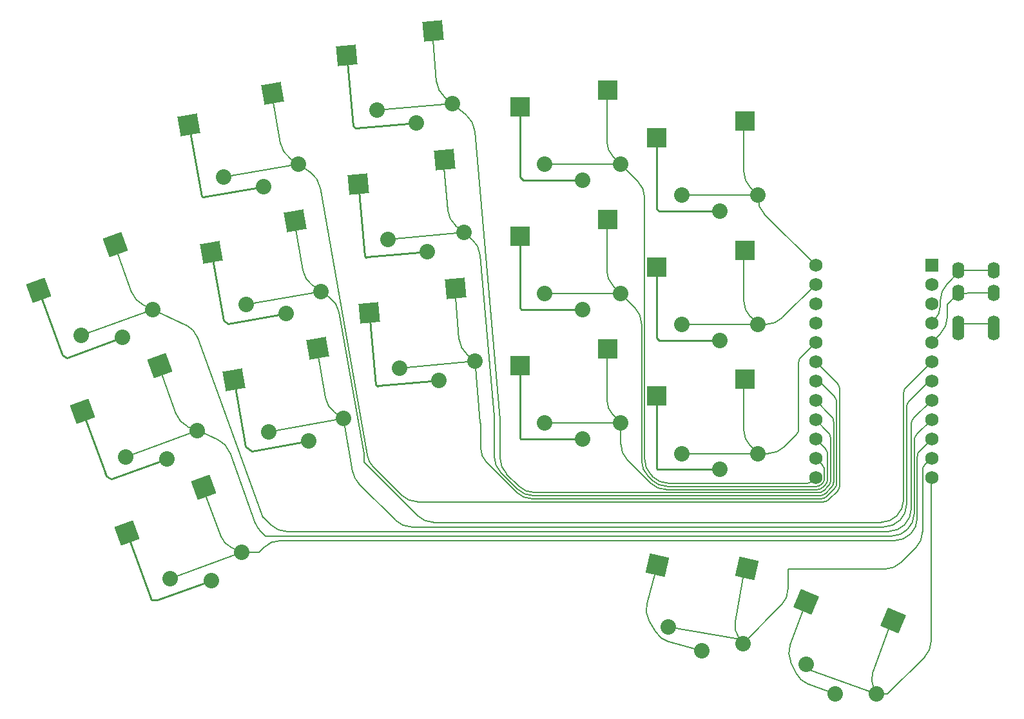
<source format=gbr>
%TF.GenerationSoftware,KiCad,Pcbnew,7.0.9*%
%TF.CreationDate,2023-12-28T22:45:01+01:00*%
%TF.ProjectId,pcb3,70636233-2e6b-4696-9361-645f70636258,v1.0.0*%
%TF.SameCoordinates,Original*%
%TF.FileFunction,Copper,L1,Top*%
%TF.FilePolarity,Positive*%
%FSLAX46Y46*%
G04 Gerber Fmt 4.6, Leading zero omitted, Abs format (unit mm)*
G04 Created by KiCad (PCBNEW 7.0.9) date 2023-12-28 22:45:01*
%MOMM*%
%LPD*%
G01*
G04 APERTURE LIST*
G04 Aperture macros list*
%AMRotRect*
0 Rectangle, with rotation*
0 The origin of the aperture is its center*
0 $1 length*
0 $2 width*
0 $3 Rotation angle, in degrees counterclockwise*
0 Add horizontal line*
21,1,$1,$2,0,0,$3*%
G04 Aperture macros list end*
%TA.AperFunction,ComponentPad*%
%ADD10C,2.032000*%
%TD*%
%TA.AperFunction,SMDPad,CuDef*%
%ADD11R,2.600000X2.600000*%
%TD*%
%TA.AperFunction,SMDPad,CuDef*%
%ADD12RotRect,2.600000X2.600000X5.000000*%
%TD*%
%TA.AperFunction,SMDPad,CuDef*%
%ADD13RotRect,2.600000X2.600000X20.000000*%
%TD*%
%TA.AperFunction,SMDPad,CuDef*%
%ADD14RotRect,2.600000X2.600000X337.000000*%
%TD*%
%TA.AperFunction,SMDPad,CuDef*%
%ADD15RotRect,2.600000X2.600000X10.000000*%
%TD*%
%TA.AperFunction,ComponentPad*%
%ADD16O,1.600000X2.200000*%
%TD*%
%TA.AperFunction,ComponentPad*%
%ADD17R,1.752600X1.752600*%
%TD*%
%TA.AperFunction,ComponentPad*%
%ADD18C,1.752600*%
%TD*%
%TA.AperFunction,SMDPad,CuDef*%
%ADD19RotRect,2.600000X2.600000X347.000000*%
%TD*%
%TA.AperFunction,Conductor*%
%ADD20C,0.250000*%
%TD*%
%TA.AperFunction,Conductor*%
%ADD21C,0.200000*%
%TD*%
G04 APERTURE END LIST*
D10*
%TO.P,S23,1*%
%TO.N,P3*%
X105884449Y-56144949D03*
X96036371Y-57881430D03*
%TO.P,S23,2*%
%TO.N,GND*%
X101325071Y-59081286D03*
X101325071Y-59081286D03*
%TD*%
D11*
%TO.P,S11,1*%
%TO.N,P8*%
X146507188Y-63430688D03*
%TO.P,S11,2*%
%TO.N,GND*%
X134957188Y-65630688D03*
%TD*%
%TO.P,S14,1*%
%TO.N,P0*%
X164507186Y-67464025D03*
%TO.P,S14,2*%
%TO.N,GND*%
X152957186Y-69664025D03*
%TD*%
D12*
%TO.P,S8,1*%
%TO.N,P5*%
X125047098Y-55581678D03*
%TO.P,S8,2*%
%TO.N,GND*%
X113732792Y-58779956D03*
%TD*%
D13*
%TO.P,S2,1*%
%TO.N,P15*%
X87623248Y-82671371D03*
%TO.P,S2,2*%
%TO.N,GND*%
X77522243Y-88689027D03*
%TD*%
D10*
%TO.P,S21,1*%
%TO.N,P19*%
X111788487Y-89628413D03*
X101940409Y-91364894D03*
%TO.P,S21,2*%
%TO.N,GND*%
X107229109Y-92564750D03*
X107229109Y-92564750D03*
%TD*%
%TO.P,S32,1*%
%TO.N,P1*%
X166232192Y-60214023D03*
X156232192Y-60214023D03*
%TO.P,S32,2*%
%TO.N,GND*%
X161232192Y-62314023D03*
X161232192Y-62314023D03*
%TD*%
%TO.P,S19,1*%
%TO.N,P15*%
X92578915Y-91243389D03*
X83181988Y-94663591D03*
%TO.P,S19,2*%
%TO.N,GND*%
X88598694Y-94926844D03*
X88598694Y-94926844D03*
%TD*%
D11*
%TO.P,S12,1*%
%TO.N,P9*%
X146507191Y-46430688D03*
%TO.P,S12,2*%
%TO.N,GND*%
X134957191Y-48630688D03*
%TD*%
D14*
%TO.P,S17,1*%
%TO.N,P10*%
X184034699Y-116215661D03*
%TO.P,S17,2*%
%TO.N,GND*%
X172543259Y-113727827D03*
%TD*%
D15*
%TO.P,S4,1*%
%TO.N,P19*%
X108396624Y-80326080D03*
%TO.P,S4,2*%
%TO.N,GND*%
X97404120Y-84498294D03*
%TD*%
D10*
%TO.P,S33,1*%
%TO.N,P16*%
X164249222Y-119241390D03*
X154505522Y-116991879D03*
%TO.P,S33,2*%
%TO.N,GND*%
X158904975Y-120162811D03*
X158904975Y-120162811D03*
%TD*%
D12*
%TO.P,S9,1*%
%TO.N,P6*%
X123565453Y-38646368D03*
%TO.P,S9,2*%
%TO.N,GND*%
X112251147Y-41844646D03*
%TD*%
D10*
%TO.P,S24,1*%
%TO.N,P4*%
X129096955Y-82079544D03*
X119135008Y-82951102D03*
%TO.P,S24,2*%
%TO.N,GND*%
X124299009Y-84607332D03*
X124299009Y-84607332D03*
%TD*%
D16*
%TO.P,TRRS1,1*%
%TO.N,GND*%
X192582183Y-78214024D03*
X197182183Y-78214024D03*
%TO.P,TRRS1,2*%
X192582183Y-77114024D03*
X197182183Y-77114024D03*
%TO.P,TRRS1,3*%
%TO.N,P21*%
X192582183Y-73114024D03*
X197182183Y-73114024D03*
%TO.P,TRRS1,4*%
%TO.N,VCC*%
X192582183Y-70114024D03*
X197182183Y-70114024D03*
%TD*%
D10*
%TO.P,S29,1*%
%TO.N,P9*%
X148232191Y-56180688D03*
X138232191Y-56180688D03*
%TO.P,S29,2*%
%TO.N,GND*%
X143232191Y-58280688D03*
X143232191Y-58280688D03*
%TD*%
D11*
%TO.P,S13,1*%
%TO.N,P2*%
X164507193Y-84464035D03*
%TO.P,S13,2*%
%TO.N,GND*%
X152957193Y-86664035D03*
%TD*%
D17*
%TO.P,MCU1,1*%
%TO.N,RAW*%
X189052185Y-69444021D03*
D18*
%TO.P,MCU1,2*%
%TO.N,GND*%
X189052185Y-71984021D03*
%TO.P,MCU1,3*%
%TO.N,RST*%
X189052185Y-74524021D03*
%TO.P,MCU1,4*%
%TO.N,VCC*%
X189052185Y-77064021D03*
%TO.P,MCU1,5*%
%TO.N,P21*%
X189052185Y-79604021D03*
%TO.P,MCU1,6*%
%TO.N,P20*%
X189052185Y-82144021D03*
%TO.P,MCU1,7*%
%TO.N,P19*%
X189052185Y-84684021D03*
%TO.P,MCU1,8*%
%TO.N,P18*%
X189052185Y-87224021D03*
%TO.P,MCU1,9*%
%TO.N,P15*%
X189052185Y-89764021D03*
%TO.P,MCU1,10*%
%TO.N,P14*%
X189052185Y-92304021D03*
%TO.P,MCU1,11*%
%TO.N,P16*%
X189052185Y-94844021D03*
%TO.P,MCU1,12*%
%TO.N,P10*%
X189052185Y-97384021D03*
%TO.P,MCU1,13*%
%TO.N,P1*%
X173812185Y-69444021D03*
%TO.P,MCU1,14*%
%TO.N,P0*%
X173812185Y-71984021D03*
%TO.P,MCU1,15*%
%TO.N,GND*%
X173812185Y-74524021D03*
%TO.P,MCU1,16*%
X173812185Y-77064021D03*
%TO.P,MCU1,17*%
%TO.N,P2*%
X173812185Y-79604021D03*
%TO.P,MCU1,18*%
%TO.N,P3*%
X173812185Y-82144021D03*
%TO.P,MCU1,19*%
%TO.N,P4*%
X173812185Y-84684021D03*
%TO.P,MCU1,20*%
%TO.N,P5*%
X173812185Y-87224021D03*
%TO.P,MCU1,21*%
%TO.N,P6*%
X173812185Y-89764021D03*
%TO.P,MCU1,22*%
%TO.N,P7*%
X173812185Y-92304021D03*
%TO.P,MCU1,23*%
%TO.N,P8*%
X173812185Y-94844021D03*
%TO.P,MCU1,24*%
%TO.N,P9*%
X173812185Y-97384021D03*
%TD*%
D10*
%TO.P,S30,1*%
%TO.N,P2*%
X166232193Y-94214035D03*
X156232193Y-94214035D03*
%TO.P,S30,2*%
%TO.N,GND*%
X161232193Y-96314035D03*
X161232193Y-96314035D03*
%TD*%
D13*
%TO.P,S1,1*%
%TO.N,P14*%
X93437593Y-98646148D03*
%TO.P,S1,2*%
%TO.N,GND*%
X83336588Y-104663804D03*
%TD*%
D10*
%TO.P,S18,1*%
%TO.N,P14*%
X98393260Y-107218166D03*
X88996333Y-110638368D03*
%TO.P,S18,2*%
%TO.N,GND*%
X94413039Y-110901621D03*
X94413039Y-110901621D03*
%TD*%
%TO.P,S27,1*%
%TO.N,P7*%
X148232192Y-90180695D03*
X138232192Y-90180695D03*
%TO.P,S27,2*%
%TO.N,GND*%
X143232192Y-92280695D03*
X143232192Y-92280695D03*
%TD*%
D15*
%TO.P,S6,1*%
%TO.N,P3*%
X102492586Y-46842616D03*
%TO.P,S6,2*%
%TO.N,GND*%
X91500082Y-51014830D03*
%TD*%
D10*
%TO.P,S20,1*%
%TO.N,P18*%
X86764572Y-75268616D03*
X77367645Y-78688818D03*
%TO.P,S20,2*%
%TO.N,GND*%
X82784351Y-78952071D03*
X82784351Y-78952071D03*
%TD*%
D19*
%TO.P,S16,1*%
%TO.N,P16*%
X164761707Y-109353241D03*
%TO.P,S16,2*%
%TO.N,GND*%
X153012840Y-108898670D03*
%TD*%
D10*
%TO.P,S28,1*%
%TO.N,P8*%
X148232188Y-73180688D03*
X138232188Y-73180688D03*
%TO.P,S28,2*%
%TO.N,GND*%
X143232188Y-75280688D03*
X143232188Y-75280688D03*
%TD*%
%TO.P,S34,1*%
%TO.N,P10*%
X181812941Y-125864594D03*
X172607892Y-121957283D03*
%TO.P,S34,2*%
%TO.N,GND*%
X176389881Y-125843999D03*
X176389881Y-125843999D03*
%TD*%
D11*
%TO.P,S10,1*%
%TO.N,P7*%
X146507192Y-80430695D03*
%TO.P,S10,2*%
%TO.N,GND*%
X134957192Y-82630695D03*
%TD*%
D13*
%TO.P,S3,1*%
%TO.N,P18*%
X81808905Y-66696598D03*
%TO.P,S3,2*%
%TO.N,GND*%
X71707900Y-72714254D03*
%TD*%
D10*
%TO.P,S25,1*%
%TO.N,P5*%
X127615302Y-65144233D03*
X117653355Y-66015791D03*
%TO.P,S25,2*%
%TO.N,GND*%
X122817356Y-67672021D03*
X122817356Y-67672021D03*
%TD*%
%TO.P,S26,1*%
%TO.N,P6*%
X126133657Y-48208923D03*
X116171710Y-49080481D03*
%TO.P,S26,2*%
%TO.N,GND*%
X121335711Y-50736711D03*
X121335711Y-50736711D03*
%TD*%
%TO.P,S22,1*%
%TO.N,P20*%
X108836465Y-72886681D03*
X98988387Y-74623162D03*
%TO.P,S22,2*%
%TO.N,GND*%
X104277087Y-75823018D03*
X104277087Y-75823018D03*
%TD*%
D12*
%TO.P,S7,1*%
%TO.N,P4*%
X126528751Y-72516989D03*
%TO.P,S7,2*%
%TO.N,GND*%
X115214445Y-75715267D03*
%TD*%
D11*
%TO.P,S15,1*%
%TO.N,P1*%
X164507192Y-50464023D03*
%TO.P,S15,2*%
%TO.N,GND*%
X152957192Y-52664023D03*
%TD*%
D15*
%TO.P,S5,1*%
%TO.N,P20*%
X105444602Y-63584348D03*
%TO.P,S5,2*%
%TO.N,GND*%
X94452098Y-67756562D03*
%TD*%
D10*
%TO.P,S31,1*%
%TO.N,P0*%
X166232186Y-77214025D03*
X156232186Y-77214025D03*
%TO.P,S31,2*%
%TO.N,GND*%
X161232186Y-79314025D03*
X161232186Y-79314025D03*
%TD*%
D20*
%TO.N,GND*%
X80509920Y-96897595D02*
G75*
G03*
X81026990Y-97461890I939680J341995D01*
G01*
X86543965Y-113454028D02*
G75*
G03*
X87308612Y-113487422I422635J906328D01*
G01*
D21*
%TO.N,P14*%
X187478650Y-93877591D02*
G75*
G03*
X187185738Y-94584681I707050J-707109D01*
G01*
%TO.N,P4*%
X174532901Y-84976920D02*
G75*
G03*
X173825791Y-84684023I-707101J-707080D01*
G01*
%TO.N,P3*%
X176988467Y-85734535D02*
G75*
G03*
X176695595Y-85027428I-999967J35D01*
G01*
%TO.N,P20*%
X185678651Y-85517593D02*
G75*
G03*
X185385740Y-86224682I707049J-707107D01*
G01*
%TO.N,P19*%
X186078644Y-87376100D02*
G75*
G03*
X185785740Y-88083196I707056J-707100D01*
G01*
%TO.N,P18*%
X186678653Y-89597593D02*
G75*
G03*
X186385742Y-90304681I707047J-707107D01*
G01*
%TO.N,P15*%
X187078653Y-91737591D02*
G75*
G03*
X186785741Y-92444680I707047J-707109D01*
G01*
%TO.N,P16*%
X188168801Y-95685964D02*
G75*
G03*
X187875885Y-96393050I707099J-707136D01*
G01*
%TO.N,P8*%
X174988464Y-96434539D02*
G75*
G03*
X174695592Y-95727429I-999964J39D01*
G01*
%TO.N,P7*%
X175388466Y-94294533D02*
G75*
G03*
X175095592Y-93587426I-999966J33D01*
G01*
%TO.N,P6*%
X175788465Y-92154535D02*
G75*
G03*
X175495593Y-91447428I-999965J35D01*
G01*
%TO.N,P5*%
X176188464Y-90014535D02*
G75*
G03*
X175895591Y-89307429I-999964J35D01*
G01*
%TO.N,P4*%
X176588481Y-87446713D02*
G75*
G03*
X176295594Y-86739607I-999981J13D01*
G01*
%TO.N,P2*%
X171893015Y-81523200D02*
G75*
G03*
X171600120Y-82230305I707085J-707100D01*
G01*
X171307226Y-91713015D02*
G75*
G03*
X171600120Y-91005908I-707126J707115D01*
G01*
%TO.N,P16*%
X182949726Y-109400018D02*
G75*
G03*
X185071047Y-108521320I-26J3000018D01*
G01*
X169321337Y-114132203D02*
G75*
G03*
X170200000Y-112010867I-2121337J2121303D01*
G01*
%TO.N,P10*%
X188121304Y-120993037D02*
G75*
G03*
X189000000Y-118871734I-2121304J2121337D01*
G01*
%TO.N,P16*%
X186997181Y-106595138D02*
G75*
G03*
X187875884Y-104473842I-2121281J2121338D01*
G01*
%TO.N,P10*%
X188985742Y-110000000D02*
X188985740Y-97668980D01*
X188985742Y-110021973D02*
X188985742Y-110000000D01*
X181812941Y-125864594D02*
X183249781Y-125864594D01*
X183249781Y-125864594D02*
X188121321Y-120993054D01*
X189000000Y-118871734D02*
X189000000Y-110014258D01*
X189000000Y-110014258D02*
X188985742Y-110000000D01*
%TO.N,P16*%
X170200000Y-112010867D02*
X170200000Y-109400000D01*
X164249222Y-119204286D02*
X169321321Y-114132187D01*
X170200000Y-109400000D02*
X182949726Y-109400000D01*
X164249222Y-119241390D02*
X164249222Y-119204286D01*
X185071047Y-108521320D02*
X186997205Y-106595162D01*
%TO.N,P14*%
X187185738Y-94584681D02*
X187185741Y-102668979D01*
X101351050Y-106547661D02*
X100680551Y-107218164D01*
X188985743Y-92468979D02*
X189052186Y-92402536D01*
X93362882Y-98806368D02*
X95597080Y-104944776D01*
X100680551Y-107218164D02*
X98393259Y-107218166D01*
X189052189Y-92304022D02*
X187478632Y-93877573D01*
X98393259Y-107218166D02*
X98393258Y-107105453D01*
X184185741Y-105668979D02*
X103472371Y-105668979D01*
X93437591Y-98646155D02*
X93362882Y-98806368D01*
X98393258Y-107105453D02*
X98584209Y-106914504D01*
X189052186Y-92402536D02*
X189052189Y-92304022D01*
X88996334Y-110638370D02*
X98393258Y-107218168D01*
X97148303Y-106637633D02*
X98393258Y-107218168D01*
X95597049Y-104944787D02*
G75*
G03*
X97148303Y-106637633I2819051J1026087D01*
G01*
X184185741Y-105669041D02*
G75*
G03*
X187185741Y-102668979I-41J3000041D01*
G01*
X103472371Y-105668966D02*
G75*
G03*
X101351050Y-106547661I29J-3000034D01*
G01*
D20*
%TO.N,GND*%
X135087364Y-92280690D02*
X135045053Y-92323008D01*
X121335714Y-50736713D02*
X113405659Y-51430505D01*
X122817363Y-67672019D02*
X114872016Y-68367148D01*
X143232195Y-58280692D02*
X135402740Y-58280694D01*
X113405659Y-51430505D02*
X113064783Y-51144479D01*
D21*
X176389881Y-125843998D02*
X172902227Y-124574595D01*
D20*
X104277092Y-75823018D02*
X96654359Y-77167114D01*
X156426746Y-79323006D02*
X153245045Y-79323005D01*
X86543963Y-113454033D02*
X86534330Y-113449541D01*
X134957192Y-75035140D02*
X134957191Y-65630691D01*
X152957185Y-62035141D02*
X152957191Y-52664025D01*
X152957188Y-96235148D02*
X152957184Y-86664029D01*
X114788089Y-68467179D02*
X114563847Y-68279020D01*
D21*
X192582184Y-77114020D02*
X197182187Y-77114026D01*
D20*
X156435734Y-79314032D02*
X156426746Y-79323006D01*
X153054033Y-96314028D02*
X153045050Y-96323002D01*
X80509910Y-96897599D02*
X77522243Y-88689032D01*
X93308417Y-60494837D02*
X93149283Y-60383414D01*
X153045050Y-96323002D02*
X152957188Y-96235148D01*
X153245045Y-79323005D02*
X152957192Y-79035142D01*
X82784350Y-78952076D02*
X75478626Y-81611140D01*
X152957192Y-79035142D02*
X152957191Y-69664029D01*
X93151469Y-60380290D02*
X91500083Y-51014833D01*
X124299013Y-84607337D02*
X116353670Y-85302462D01*
X116269735Y-85402475D02*
X116045506Y-85214321D01*
X135402740Y-58280694D02*
X134957186Y-57835144D01*
X134957186Y-57835144D02*
X134957188Y-48630691D01*
X99803342Y-93874112D02*
X98952244Y-93278177D01*
X161232188Y-79314022D02*
X156435734Y-79314032D01*
X96034968Y-76733407D02*
X94452104Y-67756558D01*
D21*
X158904979Y-120162814D02*
X154584885Y-119005248D01*
D20*
X153245050Y-62323013D02*
X152957185Y-62035141D01*
X161232199Y-62314030D02*
X153254034Y-62314022D01*
D21*
X151661532Y-113941847D02*
X153012843Y-108898670D01*
D20*
X114872016Y-68367148D02*
X114788089Y-68467179D01*
X75478626Y-81611140D02*
X74837235Y-81312058D01*
X96654359Y-77167114D02*
X96034968Y-76733407D01*
X161232187Y-96314025D02*
X153054033Y-96314028D01*
D21*
X172543261Y-113727829D02*
X170483367Y-119387332D01*
D20*
X93149283Y-60383414D02*
X93151469Y-60380290D01*
X113064783Y-51144479D02*
X112251154Y-41844652D01*
X98952244Y-93278177D02*
X97404115Y-84498298D01*
D21*
X171209364Y-123023374D02*
X170583521Y-121681247D01*
D20*
X114563847Y-68279020D02*
X113732798Y-58779957D01*
X134957190Y-82630691D02*
X134957194Y-92235144D01*
X153254034Y-62314022D02*
X153245050Y-62323013D01*
X116353670Y-85302462D02*
X116269735Y-85402475D01*
X135202736Y-75280693D02*
X134957192Y-75035140D01*
X107229113Y-92564747D02*
X99803342Y-93874112D01*
X94413030Y-110901623D02*
X87308612Y-113487423D01*
D21*
X152763271Y-117607469D02*
X151961232Y-116218301D01*
D20*
X86534330Y-113449541D02*
X83336584Y-104663803D01*
X134957194Y-92235144D02*
X135045053Y-92323008D01*
X101325068Y-59081285D02*
X93308417Y-60494837D01*
X88598685Y-94926855D02*
X81292975Y-97585919D01*
X143232187Y-75280688D02*
X135202736Y-75280693D01*
X116045506Y-85214321D02*
X115214449Y-75715272D01*
X81292975Y-97585919D02*
X81026990Y-97461890D01*
X74837235Y-81312058D02*
X71707898Y-72714252D01*
X143232190Y-92280691D02*
X135087364Y-92280690D01*
D21*
X152763257Y-117607477D02*
G75*
G03*
X154584885Y-119005247I2598043J1499977D01*
G01*
X170483371Y-119387334D02*
G75*
G03*
X170583521Y-121681247I2819029J-1026066D01*
G01*
X171209364Y-123023374D02*
G75*
G03*
X172902227Y-124574595I2718936J1267874D01*
G01*
X151661529Y-113941846D02*
G75*
G03*
X151961232Y-116218301I2897771J-776454D01*
G01*
%TO.N,P15*%
X87623245Y-82671375D02*
X87548538Y-82831588D01*
X87548538Y-82831588D02*
X89782737Y-88970000D01*
X83181984Y-94663593D02*
X92578915Y-91243395D01*
X91333963Y-90662864D02*
X92578915Y-91243395D01*
X100932083Y-104477589D02*
X101523477Y-105068982D01*
X92721479Y-91191502D02*
X95299746Y-92393766D01*
X101523477Y-105068982D02*
X183785744Y-105068983D01*
X96850967Y-94086632D02*
X100234328Y-103382332D01*
X92578917Y-91243393D02*
X92721479Y-91191502D01*
X187078635Y-91737573D02*
X189052186Y-89764024D01*
X186785742Y-102068983D02*
X186785741Y-92444680D01*
X100234316Y-103382337D02*
G75*
G03*
X100932084Y-104477588I2818984J1026037D01*
G01*
X183785744Y-105069042D02*
G75*
G03*
X186785742Y-102068983I-44J3000042D01*
G01*
X89782763Y-88969991D02*
G75*
G03*
X91333963Y-90662863I2819037J1025991D01*
G01*
X96850979Y-94086628D02*
G75*
G03*
X95299746Y-92393767I-2819079J-1026072D01*
G01*
%TO.N,P18*%
X186385740Y-101468984D02*
X186385742Y-90304681D01*
X77367643Y-78688822D02*
X86764573Y-75268621D01*
X101247409Y-102577705D02*
X102260007Y-103590303D01*
X104381327Y-104468982D02*
X183385743Y-104468982D01*
X186678635Y-89597575D02*
X189052185Y-87224021D01*
X101247411Y-102657189D02*
X101247409Y-102577705D01*
X81734199Y-66856814D02*
X83968394Y-72995222D01*
X92626571Y-78971626D02*
X101247411Y-102657189D01*
X86764574Y-75268616D02*
X91075347Y-77278764D01*
X77367643Y-78688822D02*
X77317575Y-78551257D01*
X85519616Y-74688084D02*
X86764573Y-75268621D01*
X81808906Y-66696601D02*
X81734199Y-66856814D01*
X77317575Y-78551257D02*
X77139499Y-78468218D01*
X183385743Y-104469040D02*
G75*
G03*
X186385740Y-101468984I-43J3000040D01*
G01*
X83968429Y-72995209D02*
G75*
G03*
X85519616Y-74688083I2819071J1026009D01*
G01*
X102259997Y-103590313D02*
G75*
G03*
X104381327Y-104468982I2121303J2121313D01*
G01*
X92626580Y-78971623D02*
G75*
G03*
X91075347Y-77278764I-2819080J-1026077D01*
G01*
%TO.N,P19*%
X185785739Y-100868980D02*
X185785740Y-88083196D01*
X101940412Y-91364892D02*
X111788493Y-89628414D01*
X110663252Y-88840516D02*
X111788493Y-89628414D01*
X188985743Y-84468982D02*
X189052189Y-84535424D01*
X189052189Y-84535424D02*
X189052187Y-84684022D01*
X186078633Y-87376089D02*
X188985743Y-84468982D01*
X113852210Y-98207988D02*
X118634530Y-102990304D01*
X108396627Y-80326075D02*
X108295229Y-80470884D01*
X108295229Y-80470884D02*
X109429565Y-86904005D01*
X120755849Y-103868981D02*
X182785740Y-103868980D01*
X111788486Y-89628414D02*
X113019107Y-96607610D01*
X182785740Y-103869039D02*
G75*
G03*
X185785739Y-100868980I-40J3000039D01*
G01*
X113019116Y-96607608D02*
G75*
G03*
X113852210Y-98207988I2954384J520908D01*
G01*
X118634510Y-102990324D02*
G75*
G03*
X120755849Y-103868981I2121290J2121324D01*
G01*
X109429592Y-86904000D02*
G75*
G03*
X110663252Y-88840515I2954408J520900D01*
G01*
%TO.N,P20*%
X114527724Y-94772128D02*
X114527724Y-95373969D01*
X185678633Y-85517575D02*
X189052187Y-82144021D01*
X98988391Y-74623161D02*
X108836469Y-72886684D01*
X123665378Y-103268980D02*
X182385744Y-103268982D01*
X108836467Y-72886682D02*
X109961701Y-73674577D01*
X185385740Y-100268980D02*
X185385740Y-86224682D01*
X107711232Y-72098786D02*
X108836469Y-72886684D01*
X114527724Y-95373969D02*
X121544059Y-102390301D01*
X105444605Y-63584350D02*
X105343210Y-63729157D01*
X105343210Y-63729157D02*
X106477533Y-70162274D01*
X111195396Y-75611088D02*
X114482148Y-94251185D01*
X182385744Y-103269040D02*
G75*
G03*
X185385740Y-100268980I-44J3000040D01*
G01*
X121544074Y-102390286D02*
G75*
G03*
X123665378Y-103268980I2121326J2121286D01*
G01*
X106477535Y-70162274D02*
G75*
G03*
X107711232Y-72098785I2954465J520974D01*
G01*
X114527717Y-94772128D02*
G75*
G03*
X114482147Y-94251185I-3000117J28D01*
G01*
X111195385Y-75611090D02*
G75*
G03*
X109961701Y-73674578I-2954385J-520910D01*
G01*
%TO.N,P3*%
X106353267Y-55810923D02*
X106152471Y-56097690D01*
X175569477Y-100267432D02*
X176695592Y-99141315D01*
X176695595Y-85027428D02*
X173812184Y-82144022D01*
X104759223Y-55357051D02*
X105884449Y-56144948D01*
X176988486Y-98434209D02*
X176988489Y-85734535D01*
X105884446Y-56144951D02*
X107473064Y-57257310D01*
X115753621Y-96034182D02*
X119401077Y-99681640D01*
X108706759Y-59193823D02*
X114920518Y-94433805D01*
X106152471Y-56097690D02*
X105884446Y-56144951D01*
X102492588Y-46842620D02*
X102391192Y-46987425D01*
X96036376Y-57881433D02*
X105884449Y-56144948D01*
X102391192Y-46987425D02*
X103525528Y-53420539D01*
X121522397Y-100560321D02*
X174862371Y-100560323D01*
X174862371Y-100560296D02*
G75*
G03*
X175569476Y-100267431I29J999996D01*
G01*
X114920527Y-94433803D02*
G75*
G03*
X115753621Y-96034182I2954373J520903D01*
G01*
X108706765Y-59193822D02*
G75*
G03*
X107473064Y-57257311I-2954465J-520978D01*
G01*
X176695585Y-99141308D02*
G75*
G03*
X176988486Y-98434209I-707085J707108D01*
G01*
X119401073Y-99681644D02*
G75*
G03*
X121522397Y-100560321I2121327J2121344D01*
G01*
X103525535Y-53420538D02*
G75*
G03*
X104759223Y-55357051I2954265J520838D01*
G01*
%TO.N,P4*%
X174532905Y-84976916D02*
X176295594Y-86739607D01*
X129782421Y-90151031D02*
X129061731Y-81913480D01*
X134477548Y-99281639D02*
X130672520Y-95476611D01*
X173812186Y-84684023D02*
X173825791Y-84684023D01*
X176295594Y-98826898D02*
X175255060Y-99867429D01*
X174547953Y-100160322D02*
X136598867Y-100160321D01*
X129084066Y-81932218D02*
X129096955Y-82079544D01*
X119135008Y-82951107D02*
X129096954Y-82079548D01*
X129061731Y-81913480D02*
X129084066Y-81932218D01*
X126528754Y-72516992D02*
X126415126Y-72652412D01*
X129793841Y-93355295D02*
X129793836Y-90412495D01*
X126415126Y-72652412D02*
X126984455Y-79159913D01*
X176588487Y-87446713D02*
X176588487Y-98119791D01*
X128044680Y-81196579D02*
X129096954Y-82079548D01*
X126984449Y-79159914D02*
G75*
G03*
X128044680Y-81196578I2988651J261514D01*
G01*
X129793836Y-93355295D02*
G75*
G03*
X130672521Y-95476610I2999964J-5D01*
G01*
X134477558Y-99281629D02*
G75*
G03*
X136598867Y-100160321I2121342J2121329D01*
G01*
X174547953Y-100160282D02*
G75*
G03*
X175255060Y-99867429I47J999982D01*
G01*
X176295596Y-98826900D02*
G75*
G03*
X176588487Y-98119791I-707096J707100D01*
G01*
X129793832Y-90412495D02*
G75*
G03*
X129782421Y-90151031I-2998932J95D01*
G01*
%TO.N,P5*%
X176188485Y-90014535D02*
X176188486Y-97954105D01*
X117653354Y-66015786D02*
X127615303Y-65144234D01*
X173812182Y-87224020D02*
X175895592Y-89307428D01*
X125047102Y-55581676D02*
X124933474Y-55717097D01*
X134643235Y-98881643D02*
X132477571Y-96715980D01*
X126563028Y-64261262D02*
X127615303Y-65144234D01*
X175895592Y-98661214D02*
X175089376Y-99467428D01*
X131587477Y-89319928D02*
X129727812Y-68063871D01*
X128667588Y-66027206D02*
X127615301Y-65144234D01*
X124933474Y-55717097D02*
X125502808Y-62224600D01*
X131598889Y-94594659D02*
X131598892Y-89581398D01*
X174382267Y-99760323D02*
X136764554Y-99760321D01*
X175895586Y-98661208D02*
G75*
G03*
X176188486Y-97954105I-707086J707108D01*
G01*
X125502792Y-62224601D02*
G75*
G03*
X126563029Y-64261261I2988608J261501D01*
G01*
X134643204Y-98881674D02*
G75*
G03*
X136764554Y-99760321I2121296J2121374D01*
G01*
X131598896Y-89581398D02*
G75*
G03*
X131587477Y-89319928I-2999196J-2D01*
G01*
X129727808Y-68063871D02*
G75*
G03*
X128667588Y-66027207I-2988508J-261429D01*
G01*
X131598852Y-94594659D02*
G75*
G03*
X132477571Y-96715980I3000048J59D01*
G01*
X174382267Y-99760293D02*
G75*
G03*
X175089376Y-99467428I33J999993D01*
G01*
%TO.N,P6*%
X116437494Y-49057225D02*
X116582609Y-48884280D01*
X134808919Y-98481640D02*
X133245194Y-96917915D01*
X175788486Y-92154535D02*
X175788487Y-97788416D01*
X175495594Y-98495523D02*
X174923689Y-99067428D01*
X123451825Y-38781791D02*
X124021157Y-45289289D01*
X127976120Y-49754934D02*
X126133659Y-48208926D01*
X116171715Y-49080480D02*
X126133662Y-48208926D01*
X132355100Y-89725184D02*
X129036343Y-51791601D01*
X174216580Y-99360321D02*
X136930240Y-99360321D01*
X123565455Y-38646374D02*
X123451825Y-38781791D01*
X125081377Y-47325959D02*
X126133662Y-48208926D01*
X132366515Y-94796596D02*
X132366516Y-89986652D01*
X116171715Y-49080480D02*
X116437494Y-49057225D01*
X173812185Y-89764021D02*
X175495593Y-91447428D01*
X134808894Y-98481665D02*
G75*
G03*
X136930240Y-99360321I2121306J2121365D01*
G01*
X132366512Y-89986652D02*
G75*
G03*
X132355099Y-89725184I-2999612J52D01*
G01*
X175495583Y-98495512D02*
G75*
G03*
X175788487Y-97788416I-707083J707112D01*
G01*
X132366514Y-94796596D02*
G75*
G03*
X133245194Y-96917915I2999986J-4D01*
G01*
X124021124Y-45289292D02*
G75*
G03*
X125081377Y-47325959I2988576J261492D01*
G01*
X174216580Y-99360302D02*
G75*
G03*
X174923689Y-99067428I20J1000002D01*
G01*
X129036378Y-51791598D02*
G75*
G03*
X127976120Y-49754934I-2988578J-261502D01*
G01*
%TO.N,P7*%
X146382193Y-80555692D02*
X146382189Y-87088046D01*
X147260870Y-89209369D02*
X148232192Y-90180692D01*
X175388485Y-97622733D02*
X175388486Y-94294533D01*
X175095592Y-93587426D02*
X173812183Y-92304019D01*
X148232194Y-90180694D02*
X148232194Y-92964937D01*
X154227580Y-98960322D02*
X174050897Y-98960322D01*
X138232193Y-90180691D02*
X148232192Y-90180692D01*
X174758007Y-98667424D02*
X175095593Y-98329834D01*
X146507192Y-80430693D02*
X146382193Y-80555692D01*
X149110874Y-95086258D02*
X152106259Y-98081640D01*
X174050897Y-98960312D02*
G75*
G03*
X174758007Y-98667424I3J1000012D01*
G01*
X175095576Y-98329817D02*
G75*
G03*
X175388485Y-97622733I-707076J707117D01*
G01*
X148232170Y-92964937D02*
G75*
G03*
X149110874Y-95086258I3000030J37D01*
G01*
X152106264Y-98081635D02*
G75*
G03*
X154227580Y-98960322I2121336J2121335D01*
G01*
X146382230Y-87088046D02*
G75*
G03*
X147260870Y-89209369I2999970J-54D01*
G01*
%TO.N,P8*%
X146382191Y-63555690D02*
X146382185Y-70088049D01*
X154373401Y-98540458D02*
X170296447Y-98540460D01*
X138232193Y-73180691D02*
X148232189Y-73180691D01*
X146507186Y-63430690D02*
X146382191Y-63555690D01*
X174988485Y-97457048D02*
X174988487Y-96434539D01*
X150957194Y-77148329D02*
X150957191Y-95124247D01*
X147260870Y-72209371D02*
X148232189Y-73180691D01*
X170296447Y-98540460D02*
X170316308Y-98560323D01*
X151835868Y-97245567D02*
X152252081Y-97661778D01*
X174695592Y-95727429D02*
X173812183Y-94844023D01*
X148232194Y-73180686D02*
X150078513Y-75027010D01*
X174592318Y-98267427D02*
X174695594Y-98164151D01*
X170316308Y-98560323D02*
X173885211Y-98560323D01*
X173885211Y-98560322D02*
G75*
G03*
X174592318Y-98267427I-11J1000022D01*
G01*
X152252089Y-97661770D02*
G75*
G03*
X154373401Y-98540458I2121311J2121270D01*
G01*
X150957159Y-95124247D02*
G75*
G03*
X151835868Y-97245567I3000041J47D01*
G01*
X174695618Y-98164175D02*
G75*
G03*
X174988485Y-97457048I-707118J707075D01*
G01*
X146382158Y-70088049D02*
G75*
G03*
X147260870Y-72209371I3000042J49D01*
G01*
X150957173Y-77148329D02*
G75*
G03*
X150078513Y-75027010I-2999973J29D01*
G01*
%TO.N,P9*%
X151357189Y-60548329D02*
X151357191Y-94958562D01*
X146382194Y-46555689D02*
X146382191Y-53088052D01*
X173348642Y-97847566D02*
X173812185Y-97384026D01*
X152235866Y-97079878D02*
X152417765Y-97261780D01*
X146507189Y-46430690D02*
X146382194Y-46555689D01*
X138232195Y-56180688D02*
X148232190Y-56180694D01*
X147260868Y-55209364D02*
X148232190Y-56180694D01*
X154539092Y-98140461D02*
X172641533Y-98140461D01*
X148232190Y-56180688D02*
X150478510Y-58427008D01*
X152417780Y-97261765D02*
G75*
G03*
X154539092Y-98140461I2121320J2121265D01*
G01*
X151357172Y-60548329D02*
G75*
G03*
X150478510Y-58427008I-2999972J29D01*
G01*
X146382161Y-53088052D02*
G75*
G03*
X147260868Y-55209364I3000039J52D01*
G01*
X151357221Y-94958562D02*
G75*
G03*
X152235867Y-97079877I2999979J-38D01*
G01*
X172641533Y-98140496D02*
G75*
G03*
X173348642Y-97847566I-33J999996D01*
G01*
%TO.N,P2*%
X169684883Y-93335356D02*
X171307226Y-91713015D01*
X166232192Y-94214036D02*
X167563565Y-94214034D01*
X171600120Y-91005908D02*
X171600120Y-82230305D01*
X165260872Y-93242704D02*
X166232194Y-94214028D01*
X164507188Y-84464034D02*
X164382192Y-84589029D01*
X171893013Y-81523198D02*
X173812188Y-79604023D01*
X164382192Y-84589029D02*
X164382191Y-91121392D01*
X156232191Y-94214027D02*
X166232194Y-94214028D01*
X167563565Y-94213998D02*
G75*
G03*
X169684882Y-93335355I35J2999998D01*
G01*
X164382207Y-91121392D02*
G75*
G03*
X165260873Y-93242703I2999993J-8D01*
G01*
%TO.N,P0*%
X164507190Y-67464023D02*
X164382186Y-67589026D01*
X156232192Y-77214025D02*
X166232186Y-77214024D01*
X166232189Y-77214024D02*
X167339543Y-77214027D01*
X164382186Y-67589026D02*
X164382188Y-74121385D01*
X169460869Y-76335345D02*
X173812186Y-71984024D01*
X165260865Y-76242706D02*
X166232186Y-77214024D01*
X167339543Y-77214051D02*
G75*
G03*
X169460868Y-76335344I-43J3000051D01*
G01*
X164382200Y-74121385D02*
G75*
G03*
X165260865Y-76242706I3000000J-15D01*
G01*
%TO.N,P1*%
X164382186Y-50589027D02*
X164382190Y-57121384D01*
X165260875Y-59242708D02*
X166232191Y-60214023D01*
X164507186Y-50464025D02*
X164382186Y-50589027D01*
X156232188Y-60214027D02*
X156194734Y-60214022D01*
X156194734Y-60214022D02*
X166232191Y-60214023D01*
X167110870Y-62742704D02*
X173812187Y-69444024D01*
X166232191Y-60214023D02*
X166232191Y-60621387D01*
X156194734Y-60214022D02*
X156143332Y-60162621D01*
X164382177Y-57121384D02*
G75*
G03*
X165260876Y-59242707I2999923J-16D01*
G01*
X166232205Y-60621387D02*
G75*
G03*
X167110870Y-62742704I2999995J-13D01*
G01*
%TO.N,P16*%
X189010701Y-94844023D02*
X189052186Y-94844022D01*
X164480783Y-109549945D02*
X163284887Y-116332235D01*
X187875885Y-96393050D02*
X187875884Y-104473842D01*
X164761710Y-109353238D02*
X164761715Y-109353241D01*
X163824705Y-118635097D02*
X154505529Y-116991869D01*
X164249226Y-119241387D02*
X163824705Y-118635097D01*
X164761715Y-109353241D02*
X164480783Y-109549945D01*
X188168779Y-95685942D02*
X189010701Y-94844023D01*
X163781848Y-118573905D02*
X164249226Y-119241387D01*
X163284898Y-116332237D02*
G75*
G03*
X163781849Y-118573905I2954402J-520963D01*
G01*
%TO.N,P10*%
X183723880Y-116360598D02*
X181368418Y-122832180D01*
X172607894Y-121957280D02*
X172517655Y-121924436D01*
X188985740Y-97668980D02*
X189052186Y-97602535D01*
X172830454Y-122595235D02*
X181812944Y-125864595D01*
X189052186Y-97602535D02*
X189052188Y-97384022D01*
X181468576Y-125126097D02*
X181812944Y-125864595D01*
X184034699Y-116215662D02*
X183723880Y-116360598D01*
X172517655Y-121924436D02*
X172830454Y-122595235D01*
X181368392Y-122832170D02*
G75*
G03*
X181468576Y-125126097I2819108J-1026030D01*
G01*
%TO.N,VCC*%
X192582185Y-70114020D02*
X192582186Y-70414026D01*
X192582185Y-70114020D02*
X197182194Y-70114023D01*
X190228486Y-74010362D02*
X190228489Y-74645083D01*
X189349809Y-76766403D02*
X189052182Y-77064026D01*
X192582186Y-70414026D02*
X191107166Y-71889046D01*
X191107180Y-71889060D02*
G75*
G03*
X190228486Y-74010362I2121320J-2121340D01*
G01*
X189349836Y-76766430D02*
G75*
G03*
X190228489Y-74645083I-2121436J2121330D01*
G01*
%TO.N,P21*%
X193824825Y-73114022D02*
X197182187Y-73114024D01*
X190241157Y-78415054D02*
X189052183Y-79604028D01*
X191119840Y-74576370D02*
X191119834Y-76293731D01*
X191703508Y-73992698D02*
X191119840Y-74576370D01*
X190241125Y-78415022D02*
G75*
G03*
X191119834Y-76293731I-2121225J2121322D01*
G01*
X193824825Y-73114034D02*
G75*
G03*
X191703509Y-73992699I-25J-2999966D01*
G01*
%TD*%
M02*

</source>
